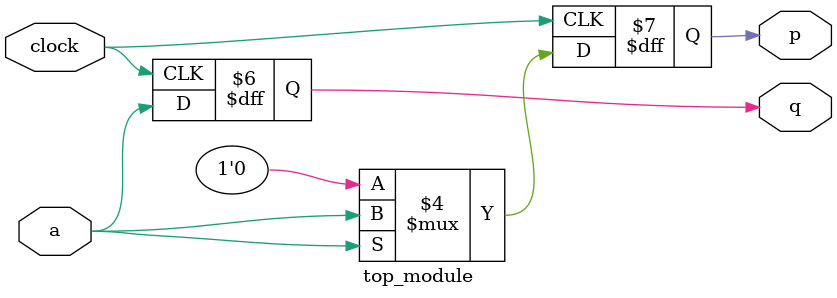
<source format=sv>
module top_module (
  input clock,
  input a, 
  output reg p,
  output reg q
);

always @(posedge clock) begin
  if (a)
    p <= a;
  else
    p <= 0;
end

always @(negedge clock) begin
  q <= a;
end

endmodule

</source>
